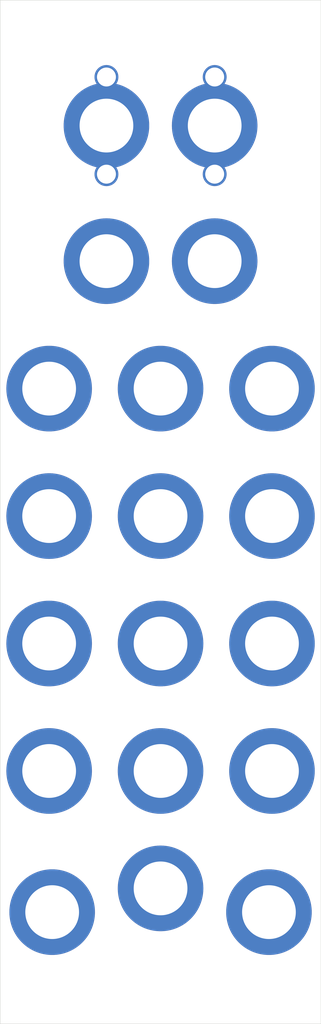
<source format=kicad_pcb>
(kicad_pcb (version 20171130) (host pcbnew 5.1.4+dfsg1-1)

  (general
    (thickness 1.6)
    (drawings 4)
    (tracks 23)
    (zones 0)
    (modules 0)
    (nets 1)
  )

  (page A4)
  (layers
    (0 F.Cu signal)
    (31 B.Cu signal)
    (32 B.Adhes user)
    (33 F.Adhes user)
    (34 B.Paste user)
    (35 F.Paste user)
    (36 B.SilkS user)
    (37 F.SilkS user)
    (38 B.Mask user)
    (39 F.Mask user)
    (40 Dwgs.User user)
    (41 Cmts.User user)
    (42 Eco1.User user)
    (43 Eco2.User user)
    (44 Edge.Cuts user)
    (45 Margin user)
    (46 B.CrtYd user)
    (47 F.CrtYd user)
    (48 B.Fab user)
    (49 F.Fab user)
  )

  (setup
    (last_trace_width 0.25)
    (trace_clearance 0.2)
    (zone_clearance 0.508)
    (zone_45_only no)
    (trace_min 0.2)
    (via_size 0.8)
    (via_drill 0.4)
    (via_min_size 0.4)
    (via_min_drill 0.3)
    (uvia_size 0.3)
    (uvia_drill 0.1)
    (uvias_allowed no)
    (uvia_min_size 0.2)
    (uvia_min_drill 0.1)
    (edge_width 0.05)
    (segment_width 0.2)
    (pcb_text_width 0.3)
    (pcb_text_size 1.5 1.5)
    (mod_edge_width 0.12)
    (mod_text_size 1 1)
    (mod_text_width 0.15)
    (pad_size 1.524 1.524)
    (pad_drill 0.762)
    (pad_to_mask_clearance 0.051)
    (solder_mask_min_width 0.25)
    (aux_axis_origin 100 150)
    (grid_origin 100 150)
    (visible_elements FFFFFF7F)
    (pcbplotparams
      (layerselection 0x010fc_ffffffff)
      (usegerberextensions false)
      (usegerberattributes false)
      (usegerberadvancedattributes false)
      (creategerberjobfile false)
      (excludeedgelayer true)
      (linewidth 0.100000)
      (plotframeref false)
      (viasonmask false)
      (mode 1)
      (useauxorigin false)
      (hpglpennumber 1)
      (hpglpenspeed 20)
      (hpglpendiameter 15.000000)
      (psnegative false)
      (psa4output false)
      (plotreference true)
      (plotvalue true)
      (plotinvisibletext false)
      (padsonsilk false)
      (subtractmaskfromsilk false)
      (outputformat 1)
      (mirror false)
      (drillshape 1)
      (scaleselection 1)
      (outputdirectory ""))
  )

  (net 0 "")

  (net_class Default "This is the default net class."
    (clearance 0.2)
    (trace_width 0.25)
    (via_dia 0.8)
    (via_drill 0.4)
    (uvia_dia 0.3)
    (uvia_drill 0.1)
  )

  (gr_line (start 120.15 21.5) (end 79.85 21.5) (layer Edge.Cuts) (width 0.05) (tstamp 5E115661))
  (gr_line (start 79.85 150) (end 120.15 150) (layer Edge.Cuts) (width 0.05) (tstamp 5E115660))
  (gr_line (start 120.15 21.5) (end 120.15 150) (layer Edge.Cuts) (width 0.05) (tstamp 5E11565A))
  (gr_line (start 79.85 21.5) (end 79.85 150) (layer Edge.Cuts) (width 0.05))

  (via (at 100 133) (size 10.75) (drill 6.75) (layers F.Cu B.Cu) (net 0))
  (via (at 86.38 135.98) (size 10.75) (drill 6.75) (layers F.Cu B.Cu) (net 0) (tstamp 5E115672))
  (via (at 100 102.26) (size 10.75) (drill 6.75) (layers F.Cu B.Cu) (net 0) (tstamp 5E11567A))
  (via (at 86 86.26) (size 10.75) (drill 6.75) (layers F.Cu B.Cu) (net 0) (tstamp 5E11567B))
  (via (at 100 86.26) (size 10.75) (drill 6.75) (layers F.Cu B.Cu) (net 0) (tstamp 5E11567A))
  (via (at 86 102.26) (size 10.75) (drill 6.75) (layers F.Cu B.Cu) (net 0) (tstamp 5E11567B))
  (via (at 100 118.26) (size 10.75) (drill 6.75) (layers F.Cu B.Cu) (net 0) (tstamp 5E11567A))
  (via (at 86 118.26) (size 10.75) (drill 6.75) (layers F.Cu B.Cu) (net 0) (tstamp 5E11567B))
  (via (at 100 70.26) (size 10.75) (drill 6.75) (layers F.Cu B.Cu) (net 0) (tstamp 5E11567A))
  (via (at 86 70.26) (size 10.75) (drill 6.75) (layers F.Cu B.Cu) (net 0) (tstamp 5E11567B))
  (via (at 113.62 135.98) (size 10.75) (drill 6.75) (layers F.Cu B.Cu) (net 0) (tstamp 5E1156B3))
  (via (at 114 118.26) (size 10.75) (drill 6.75) (layers F.Cu B.Cu) (net 0) (tstamp 5E1156B4))
  (via (at 114 102.26) (size 10.75) (drill 6.75) (layers F.Cu B.Cu) (net 0) (tstamp 5E1156B5))
  (via (at 114 86.26) (size 10.75) (drill 6.75) (layers F.Cu B.Cu) (net 0) (tstamp 5E1156B6))
  (via (at 114 70.26) (size 10.75) (drill 6.75) (layers F.Cu B.Cu) (net 0) (tstamp 5E1156B7))
  (via (at 106.8 54.26) (size 10.75) (drill 6.75) (layers F.Cu B.Cu) (net 0) (tstamp 5E1156E7))
  (via (at 93.2 54.26) (size 10.75) (drill 6.75) (layers F.Cu B.Cu) (net 0) (tstamp 5E1156E7))
  (via (at 93.2 37.24) (size 10.75) (drill 6.75) (layers F.Cu B.Cu) (net 0) (tstamp 5E1156F1))
  (via (at 106.8 37.24) (size 10.75) (drill 6.75) (layers F.Cu B.Cu) (net 0) (tstamp 5E1156F2))
  (via (at 106.8 43.34) (size 3) (drill 2.38) (layers F.Cu B.Cu) (net 0))
  (via (at 93.2 43.34) (size 3) (drill 2.38) (layers F.Cu B.Cu) (net 0) (tstamp 5E1157C0))
  (via (at 93.2 31.14) (size 3) (drill 2.38) (layers F.Cu B.Cu) (net 0) (tstamp 5E1157C6))
  (via (at 106.8 31.14) (size 3) (drill 2.38) (layers F.Cu B.Cu) (net 0) (tstamp 5E1157C7))

)

</source>
